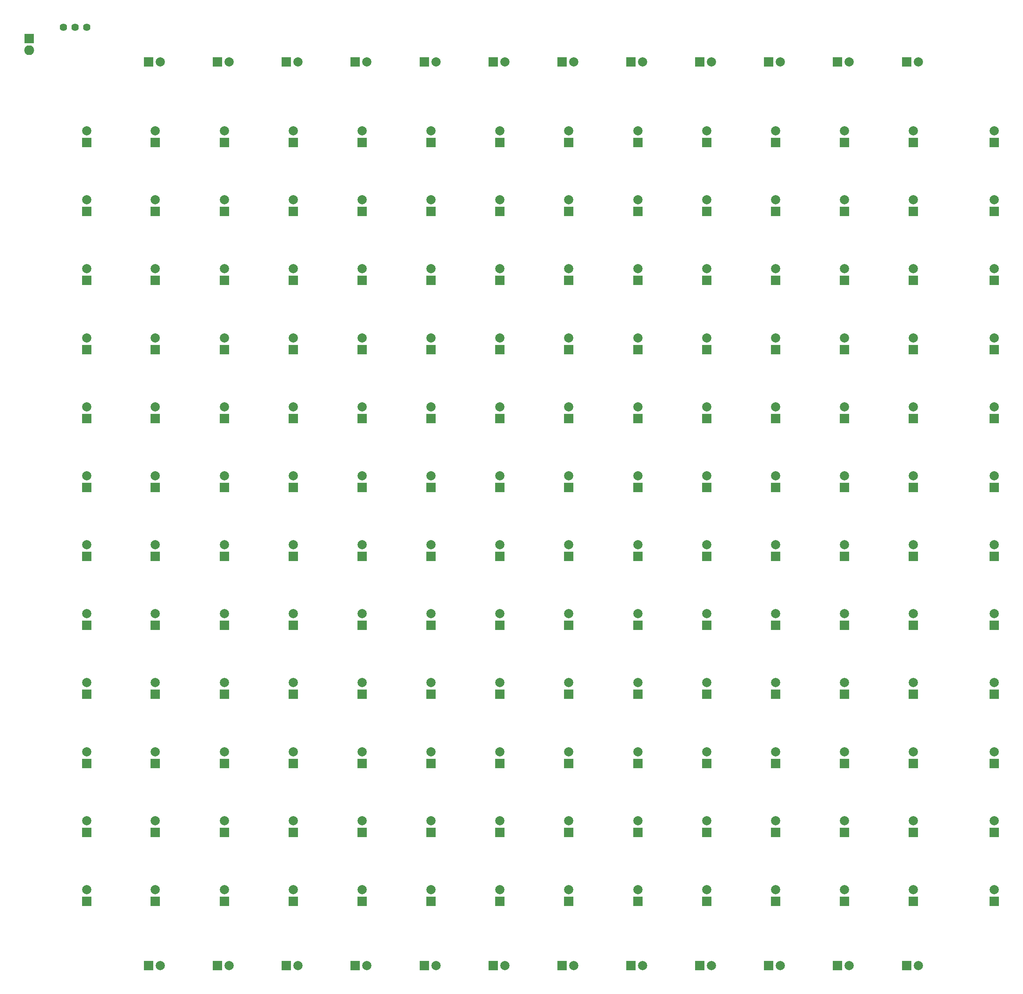
<source format=gbr>
G04 #@! TF.FileFunction,Soldermask,Bot*
%FSLAX46Y46*%
G04 Gerber Fmt 4.6, Leading zero omitted, Abs format (unit mm)*
G04 Created by KiCad (PCBNEW 4.0.1-stable) date 3/3/2016 12:22:01 AM*
%MOMM*%
G01*
G04 APERTURE LIST*
%ADD10C,0.100000*%
%ADD11R,2.100000X2.000000*%
%ADD12C,2.000000*%
%ADD13R,2.000000X2.100000*%
%ADD14R,2.132000X2.132000*%
%ADD15O,2.132000X2.132000*%
%ADD16C,1.624000*%
G04 APERTURE END LIST*
D10*
D11*
X20000000Y19960000D03*
D12*
X20000000Y22500000D03*
D11*
X20000000Y79960000D03*
D12*
X20000000Y82500000D03*
D11*
X217500000Y19960000D03*
D12*
X217500000Y22500000D03*
D11*
X217500000Y79960000D03*
D12*
X217500000Y82500000D03*
D11*
X20000000Y34960000D03*
D12*
X20000000Y37500000D03*
D11*
X20000000Y94960000D03*
D12*
X20000000Y97500000D03*
D11*
X217500000Y34960000D03*
D12*
X217500000Y37500000D03*
D11*
X217500000Y94960000D03*
D12*
X217500000Y97500000D03*
D11*
X20000000Y49960000D03*
D12*
X20000000Y52500000D03*
D11*
X20000000Y109960000D03*
D12*
X20000000Y112500000D03*
D11*
X20000000Y64960000D03*
D12*
X20000000Y67500000D03*
D11*
X20000000Y124960000D03*
D12*
X20000000Y127500000D03*
D11*
X217500000Y49960000D03*
D12*
X217500000Y52500000D03*
D11*
X217500000Y109960000D03*
D12*
X217500000Y112500000D03*
D11*
X217500000Y64960000D03*
D12*
X217500000Y67500000D03*
D11*
X217500000Y124960000D03*
D12*
X217500000Y127500000D03*
D13*
X183460000Y202500000D03*
D12*
X186000000Y202500000D03*
D13*
X123460000Y202500000D03*
D12*
X126000000Y202500000D03*
D13*
X168460000Y202500000D03*
D12*
X171000000Y202500000D03*
D13*
X108460000Y202500000D03*
D12*
X111000000Y202500000D03*
D13*
X153460000Y6000000D03*
D12*
X156000000Y6000000D03*
D13*
X93460000Y6000000D03*
D12*
X96000000Y6000000D03*
D13*
X153460000Y202500000D03*
D12*
X156000000Y202500000D03*
D13*
X93460000Y202500000D03*
D12*
X96000000Y202500000D03*
D13*
X183460000Y6000000D03*
D12*
X186000000Y6000000D03*
D13*
X123460000Y6000000D03*
D12*
X126000000Y6000000D03*
D13*
X168460000Y6000000D03*
D12*
X171000000Y6000000D03*
D13*
X108460000Y6000000D03*
D12*
X111000000Y6000000D03*
D13*
X198460000Y202500000D03*
D12*
X201000000Y202500000D03*
D13*
X138460000Y202500000D03*
D12*
X141000000Y202500000D03*
D13*
X198460000Y6000000D03*
D12*
X201000000Y6000000D03*
D13*
X138460000Y6000000D03*
D12*
X141000000Y6000000D03*
D11*
X199950000Y19960000D03*
D12*
X199950000Y22500000D03*
D11*
X169950000Y19960000D03*
D12*
X169950000Y22500000D03*
D11*
X139950000Y19960000D03*
D12*
X139950000Y22500000D03*
D11*
X109950000Y19960000D03*
D12*
X109950000Y22500000D03*
D11*
X79950000Y19960000D03*
D12*
X79950000Y22500000D03*
D11*
X49950000Y19960000D03*
D12*
X49950000Y22500000D03*
D11*
X199950000Y49960000D03*
D12*
X199950000Y52500000D03*
D11*
X169950000Y49960000D03*
D12*
X169950000Y52500000D03*
D11*
X139950000Y49960000D03*
D12*
X139950000Y52500000D03*
D11*
X109950000Y49960000D03*
D12*
X109950000Y52500000D03*
D11*
X79950000Y49960000D03*
D12*
X79950000Y52500000D03*
D11*
X49950000Y49960000D03*
D12*
X49950000Y52500000D03*
D11*
X199950000Y79960000D03*
D12*
X199950000Y82500000D03*
D11*
X169950000Y79960000D03*
D12*
X169950000Y82500000D03*
D11*
X139950000Y79960000D03*
D12*
X139950000Y82500000D03*
D11*
X109950000Y79960000D03*
D12*
X109950000Y82500000D03*
D11*
X79950000Y79960000D03*
D12*
X79950000Y82500000D03*
D11*
X49950000Y79960000D03*
D12*
X49950000Y82500000D03*
D11*
X199950000Y109960000D03*
D12*
X199950000Y112500000D03*
D11*
X169950000Y109960000D03*
D12*
X169950000Y112500000D03*
D11*
X139950000Y109960000D03*
D12*
X139950000Y112500000D03*
D11*
X109950000Y109960000D03*
D12*
X109950000Y112500000D03*
D11*
X79950000Y109960000D03*
D12*
X79950000Y112500000D03*
D11*
X49950000Y109960000D03*
D12*
X49950000Y112500000D03*
D11*
X199950000Y139960000D03*
D12*
X199950000Y142500000D03*
D11*
X169950000Y139960000D03*
D12*
X169950000Y142500000D03*
D11*
X139950000Y139960000D03*
D12*
X139950000Y142500000D03*
D11*
X109950000Y139960000D03*
D12*
X109950000Y142500000D03*
D11*
X79950000Y139960000D03*
D12*
X79950000Y142500000D03*
D11*
X49950000Y139960000D03*
D12*
X49950000Y142500000D03*
D11*
X199950000Y169960000D03*
D12*
X199950000Y172500000D03*
D11*
X169950000Y169960000D03*
D12*
X169950000Y172500000D03*
D11*
X139950000Y169960000D03*
D12*
X139950000Y172500000D03*
D11*
X109950000Y169960000D03*
D12*
X109950000Y172500000D03*
D11*
X79950000Y169960000D03*
D12*
X79950000Y172500000D03*
D11*
X184950000Y34960000D03*
D12*
X184950000Y37500000D03*
D11*
X154950000Y34960000D03*
D12*
X154950000Y37500000D03*
D11*
X124950000Y34960000D03*
D12*
X124950000Y37500000D03*
D11*
X94950000Y34960000D03*
D12*
X94950000Y37500000D03*
D11*
X64950000Y34960000D03*
D12*
X64950000Y37500000D03*
D11*
X34950000Y34960000D03*
D12*
X34950000Y37500000D03*
D11*
X184950000Y64960000D03*
D12*
X184950000Y67500000D03*
D11*
X154950000Y64960000D03*
D12*
X154950000Y67500000D03*
D11*
X124950000Y64960000D03*
D12*
X124950000Y67500000D03*
D11*
X94950000Y64960000D03*
D12*
X94950000Y67500000D03*
D11*
X64950000Y64960000D03*
D12*
X64950000Y67500000D03*
D11*
X34950000Y64960000D03*
D12*
X34950000Y67500000D03*
D11*
X184950000Y94960000D03*
D12*
X184950000Y97500000D03*
D11*
X154950000Y94960000D03*
D12*
X154950000Y97500000D03*
D11*
X124950000Y94960000D03*
D12*
X124950000Y97500000D03*
D11*
X94950000Y94960000D03*
D12*
X94950000Y97500000D03*
D11*
X64950000Y94960000D03*
D12*
X64950000Y97500000D03*
D11*
X34950000Y94960000D03*
D12*
X34950000Y97500000D03*
D11*
X184950000Y124960000D03*
D12*
X184950000Y127500000D03*
D11*
X154950000Y124960000D03*
D12*
X154950000Y127500000D03*
D11*
X124950000Y124960000D03*
D12*
X124950000Y127500000D03*
D11*
X94950000Y124960000D03*
D12*
X94950000Y127500000D03*
D11*
X64950000Y124960000D03*
D12*
X64950000Y127500000D03*
D11*
X34950000Y124960000D03*
D12*
X34950000Y127500000D03*
D11*
X184950000Y154960000D03*
D12*
X184950000Y157500000D03*
D11*
X154950000Y154960000D03*
D12*
X154950000Y157500000D03*
D11*
X124950000Y154960000D03*
D12*
X124950000Y157500000D03*
D11*
X94950000Y154960000D03*
D12*
X94950000Y157500000D03*
D11*
X64950000Y154960000D03*
D12*
X64950000Y157500000D03*
D11*
X34950000Y154960000D03*
D12*
X34950000Y157500000D03*
D11*
X184950000Y184960000D03*
D12*
X184950000Y187500000D03*
D11*
X154950000Y184960000D03*
D12*
X154950000Y187500000D03*
D11*
X124950000Y184960000D03*
D12*
X124950000Y187500000D03*
D11*
X94950000Y184960000D03*
D12*
X94950000Y187500000D03*
D11*
X64950000Y184960000D03*
D12*
X64950000Y187500000D03*
D11*
X184950000Y19960000D03*
D12*
X184950000Y22500000D03*
D11*
X154950000Y19960000D03*
D12*
X154950000Y22500000D03*
D11*
X124950000Y19960000D03*
D12*
X124950000Y22500000D03*
D11*
X94950000Y19960000D03*
D12*
X94950000Y22500000D03*
D11*
X64950000Y19960000D03*
D12*
X64950000Y22500000D03*
D11*
X34950000Y19960000D03*
D12*
X34950000Y22500000D03*
D11*
X184950000Y49960000D03*
D12*
X184950000Y52500000D03*
D11*
X154950000Y49960000D03*
D12*
X154950000Y52500000D03*
D11*
X124950000Y49960000D03*
D12*
X124950000Y52500000D03*
D11*
X94950000Y49960000D03*
D12*
X94950000Y52500000D03*
D11*
X64950000Y49960000D03*
D12*
X64950000Y52500000D03*
D11*
X34950000Y49960000D03*
D12*
X34950000Y52500000D03*
D11*
X184950000Y79960000D03*
D12*
X184950000Y82500000D03*
D11*
X154950000Y79960000D03*
D12*
X154950000Y82500000D03*
D11*
X124950000Y79960000D03*
D12*
X124950000Y82500000D03*
D11*
X94950000Y79960000D03*
D12*
X94950000Y82500000D03*
D11*
X64950000Y79960000D03*
D12*
X64950000Y82500000D03*
D11*
X34950000Y79960000D03*
D12*
X34950000Y82500000D03*
D11*
X184950000Y109960000D03*
D12*
X184950000Y112500000D03*
D11*
X154950000Y109960000D03*
D12*
X154950000Y112500000D03*
D11*
X124950000Y109960000D03*
D12*
X124950000Y112500000D03*
D11*
X94950000Y109960000D03*
D12*
X94950000Y112500000D03*
D11*
X64950000Y109960000D03*
D12*
X64950000Y112500000D03*
D11*
X34950000Y109960000D03*
D12*
X34950000Y112500000D03*
D11*
X184950000Y139960000D03*
D12*
X184950000Y142500000D03*
D11*
X154950000Y139960000D03*
D12*
X154950000Y142500000D03*
D11*
X124950000Y139960000D03*
D12*
X124950000Y142500000D03*
D11*
X94950000Y139960000D03*
D12*
X94950000Y142500000D03*
D11*
X64950000Y139960000D03*
D12*
X64950000Y142500000D03*
D11*
X34950000Y139960000D03*
D12*
X34950000Y142500000D03*
D11*
X184950000Y169960000D03*
D12*
X184950000Y172500000D03*
D11*
X154950000Y169960000D03*
D12*
X154950000Y172500000D03*
D11*
X124950000Y169960000D03*
D12*
X124950000Y172500000D03*
D11*
X94950000Y169960000D03*
D12*
X94950000Y172500000D03*
D11*
X64950000Y169960000D03*
D12*
X64950000Y172500000D03*
D11*
X199950000Y34960000D03*
D12*
X199950000Y37500000D03*
D11*
X169950000Y34960000D03*
D12*
X169950000Y37500000D03*
D11*
X139950000Y34960000D03*
D12*
X139950000Y37500000D03*
D11*
X109950000Y34960000D03*
D12*
X109950000Y37500000D03*
D11*
X79950000Y34960000D03*
D12*
X79950000Y37500000D03*
D11*
X49950000Y34960000D03*
D12*
X49950000Y37500000D03*
D11*
X199950000Y64960000D03*
D12*
X199950000Y67500000D03*
D11*
X169950000Y64960000D03*
D12*
X169950000Y67500000D03*
D11*
X139950000Y64960000D03*
D12*
X139950000Y67500000D03*
D11*
X109950000Y64960000D03*
D12*
X109950000Y67500000D03*
D11*
X79950000Y64960000D03*
D12*
X79950000Y67500000D03*
D11*
X49950000Y64960000D03*
D12*
X49950000Y67500000D03*
D11*
X199950000Y94960000D03*
D12*
X199950000Y97500000D03*
D11*
X169950000Y94960000D03*
D12*
X169950000Y97500000D03*
D11*
X139950000Y94960000D03*
D12*
X139950000Y97500000D03*
D11*
X109950000Y94960000D03*
D12*
X109950000Y97500000D03*
D11*
X79950000Y94960000D03*
D12*
X79950000Y97500000D03*
D11*
X49950000Y94960000D03*
D12*
X49950000Y97500000D03*
D11*
X199950000Y124960000D03*
D12*
X199950000Y127500000D03*
D11*
X169950000Y124960000D03*
D12*
X169950000Y127500000D03*
D11*
X139950000Y124960000D03*
D12*
X139950000Y127500000D03*
D11*
X109950000Y124960000D03*
D12*
X109950000Y127500000D03*
D11*
X79950000Y124960000D03*
D12*
X79950000Y127500000D03*
D11*
X49950000Y124960000D03*
D12*
X49950000Y127500000D03*
D11*
X199950000Y154960000D03*
D12*
X199950000Y157500000D03*
D11*
X169950000Y154960000D03*
D12*
X169950000Y157500000D03*
D11*
X139950000Y154960000D03*
D12*
X139950000Y157500000D03*
D11*
X109950000Y154960000D03*
D12*
X109950000Y157500000D03*
D11*
X79950000Y154960000D03*
D12*
X79950000Y157500000D03*
D11*
X49950000Y154960000D03*
D12*
X49950000Y157500000D03*
D11*
X199950000Y184960000D03*
D12*
X199950000Y187500000D03*
D11*
X169950000Y184960000D03*
D12*
X169950000Y187500000D03*
D11*
X139950000Y184960000D03*
D12*
X139950000Y187500000D03*
D11*
X109950000Y184960000D03*
D12*
X109950000Y187500000D03*
D11*
X79950000Y184960000D03*
D12*
X79950000Y187500000D03*
D11*
X34950000Y184960000D03*
D12*
X34950000Y187500000D03*
D11*
X49950000Y184960000D03*
D12*
X49950000Y187500000D03*
D11*
X34950000Y169960000D03*
D12*
X34950000Y172500000D03*
D11*
X49950000Y169960000D03*
D12*
X49950000Y172500000D03*
D11*
X217500000Y184960000D03*
D12*
X217500000Y187500000D03*
D11*
X217500000Y169960000D03*
D12*
X217500000Y172500000D03*
D11*
X217500000Y154960000D03*
D12*
X217500000Y157500000D03*
D11*
X217500000Y139960000D03*
D12*
X217500000Y142500000D03*
D14*
X7500000Y207540000D03*
D15*
X7500000Y205000000D03*
D11*
X20000000Y184960000D03*
D12*
X20000000Y187500000D03*
D11*
X20000000Y169960000D03*
D12*
X20000000Y172500000D03*
D11*
X20000000Y154960000D03*
D12*
X20000000Y157500000D03*
D11*
X20000000Y139960000D03*
D12*
X20000000Y142500000D03*
D16*
X17500000Y210000000D03*
X20040000Y210000000D03*
X14960000Y210000000D03*
D13*
X33460000Y6000000D03*
D12*
X36000000Y6000000D03*
D13*
X48460000Y6000000D03*
D12*
X51000000Y6000000D03*
D13*
X63460000Y6000000D03*
D12*
X66000000Y6000000D03*
D13*
X78460000Y6000000D03*
D12*
X81000000Y6000000D03*
D13*
X33460000Y202500000D03*
D12*
X36000000Y202500000D03*
D13*
X48460000Y202500000D03*
D12*
X51000000Y202500000D03*
D13*
X63460000Y202500000D03*
D12*
X66000000Y202500000D03*
D13*
X78460000Y202500000D03*
D12*
X81000000Y202500000D03*
M02*

</source>
